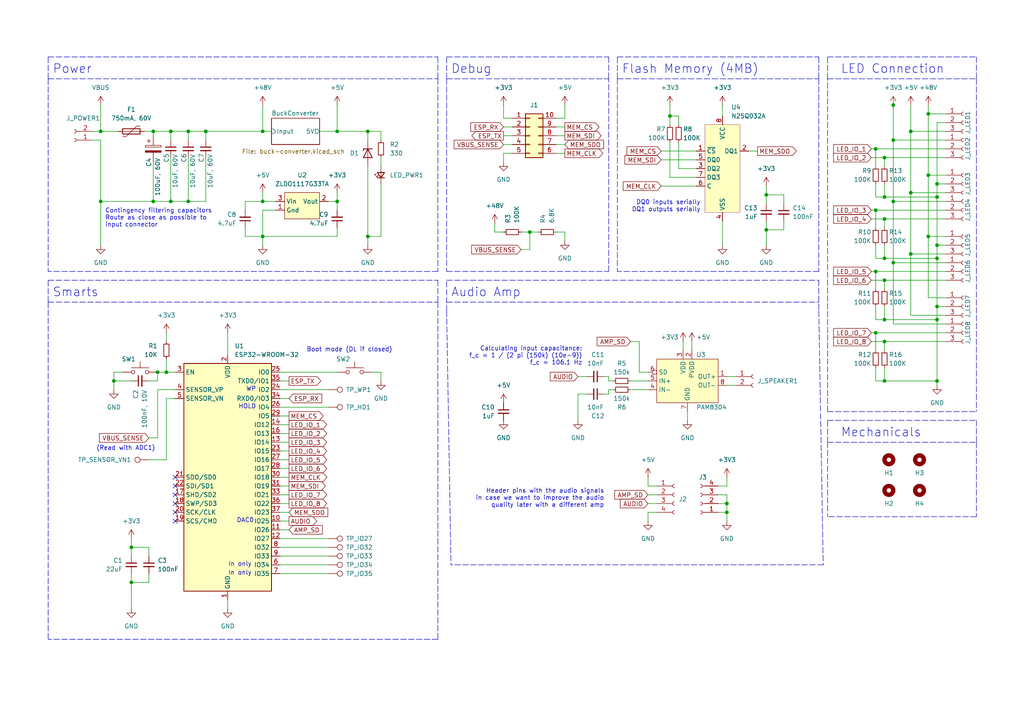
<source format=kicad_sch>
(kicad_sch (version 20211123) (generator eeschema)
  (paper "A4")
  (title_block (title "Anchor7: Main"))
  (junction (at 256.54 74.93))
  (junction (at 106.68 38.1))
  (junction (at 256.54 63.5))
  (junction (at 264.16 73.66))
  (junction (at 48.26 107.95))
  (junction (at 38.1 168.91))
  (junction (at 269.24 33.02))
  (junction (at 49.53 38.1))
  (junction (at 269.24 68.58))
  (junction (at 210.82 146.05))
  (junction (at 54.61 58.42))
  (junction (at 29.21 38.1))
  (junction (at 259.08 58.42))
  (junction (at 254 43.18))
  (junction (at 271.78 57.15))
  (junction (at 259.08 30.48))
  (junction (at 256.54 81.28))
  (junction (at 271.78 110.49))
  (junction (at 97.79 58.42))
  (junction (at 271.78 53.34))
  (junction (at 59.69 38.1))
  (junction (at 254 78.74))
  (junction (at 194.31 33.655))
  (junction (at 44.45 38.1))
  (junction (at 44.45 58.42))
  (junction (at 222.25 66.675))
  (junction (at 97.79 38.1))
  (junction (at 106.68 68.58))
  (junction (at 264.16 38.1))
  (junction (at 33.02 110.49))
  (junction (at 254 60.96))
  (junction (at 256.54 110.49))
  (junction (at 271.78 71.12))
  (junction (at 76.2 38.1))
  (junction (at 271.78 74.93))
  (junction (at 45.72 107.95))
  (junction (at 29.21 58.42))
  (junction (at 264.16 55.88))
  (junction (at 54.61 38.1))
  (junction (at 153.67 67.31))
  (junction (at 38.1 158.75))
  (junction (at 76.2 58.42))
  (junction (at 259.08 76.2))
  (junction (at 259.08 40.64))
  (junction (at 269.24 50.8))
  (junction (at 210.82 148.59))
  (junction (at 254 96.52))
  (junction (at 256.54 57.15))
  (junction (at 49.53 58.42))
  (junction (at 76.2 68.58))
  (junction (at 222.25 56.515))
  (junction (at 271.78 92.71))
  (junction (at 256.54 92.71))
  (junction (at 256.54 45.72))
  (junction (at 256.54 99.06))
  (junction (at 271.78 88.9))
  (no_connect (at 50.8 140.97))
  (no_connect (at 50.8 151.13))
  (no_connect (at 50.8 148.59))
  (no_connect (at 50.8 138.43))
  (no_connect (at 50.8 143.51))
  (no_connect (at 50.8 146.05))
  (wire (pts (xy 182.88 110.49) (xy 187.96 110.49)))
  (wire (pts (xy 187.96 140.97) (xy 190.5 140.97)))
  (wire (pts (xy 76.2 60.96) (xy 76.2 68.58)))
  (wire (pts (xy 49.53 38.1) (xy 49.53 40.64)))
  (wire (pts (xy 106.68 68.58) (xy 106.68 71.12)))
  (wire (pts (xy 222.25 56.515) (xy 222.25 59.055)))
  (wire (pts (xy 81.28 123.19) (xy 83.82 123.19)))
  (wire (pts (xy 259.08 27.94) (xy 259.08 30.48)))
  (wire (pts (xy 81.28 148.59) (xy 83.82 148.59)))
  (polyline (pts (xy 179.07 22.86) (xy 237.49 22.86)))
  (polyline (pts (xy 129.54 90.17) (xy 129.54 81.28)))
  (wire (pts (xy 48.26 107.95) (xy 48.26 104.14)))
  (polyline (pts (xy 13.97 22.86) (xy 127 22.86)))
  (wire (pts (xy 78.74 38.1) (xy 76.2 38.1)))
  (wire (pts (xy 76.2 58.42) (xy 80.01 58.42)))
  (wire (pts (xy 29.21 71.12) (xy 29.21 58.42)))
  (wire (pts (xy 208.28 140.97) (xy 210.82 140.97)))
  (wire (pts (xy 254 74.93) (xy 256.54 74.93)))
  (wire (pts (xy 81.28 138.43) (xy 83.82 138.43)))
  (wire (pts (xy 256.54 92.71) (xy 271.78 92.71)))
  (wire (pts (xy 44.45 38.1) (xy 49.53 38.1)))
  (wire (pts (xy 33.02 113.03) (xy 33.02 110.49)))
  (wire (pts (xy 217.17 43.815) (xy 219.71 43.815)))
  (wire (pts (xy 107.95 107.95) (xy 110.49 107.95)))
  (wire (pts (xy 252.73 43.18) (xy 254 43.18)))
  (polyline (pts (xy 129.54 78.74) (xy 176.53 78.74)))
  (polyline (pts (xy 129.54 22.86) (xy 176.53 22.86)))
  (polyline (pts (xy 240.03 128.27) (xy 283.21 128.27)))
  (wire (pts (xy 264.16 30.48) (xy 264.16 38.1)))
  (polyline (pts (xy 179.07 22.86) (xy 179.07 16.51)))
  (wire (pts (xy 271.78 53.34) (xy 274.32 53.34)))
  (wire (pts (xy 194.31 41.275) (xy 194.31 51.435)))
  (wire (pts (xy 256.54 99.06) (xy 256.54 101.6)))
  (wire (pts (xy 43.18 133.35) (xy 48.26 133.35)))
  (wire (pts (xy 76.2 55.88) (xy 76.2 58.42)))
  (wire (pts (xy 264.16 38.1) (xy 274.32 38.1)))
  (wire (pts (xy 209.55 30.48) (xy 209.55 33.655)))
  (wire (pts (xy 271.78 88.9) (xy 271.78 92.71)))
  (polyline (pts (xy 240.03 22.86) (xy 283.21 22.86)))
  (wire (pts (xy 271.78 92.71) (xy 271.78 110.49)))
  (wire (pts (xy 71.12 58.42) (xy 76.2 58.42)))
  (wire (pts (xy 210.82 143.51) (xy 210.82 146.05)))
  (polyline (pts (xy 283.21 128.27) (xy 283.21 149.86)))
  (wire (pts (xy 97.79 58.42) (xy 97.79 60.96)))
  (wire (pts (xy 167.64 109.22) (xy 170.18 109.22)))
  (wire (pts (xy 81.28 163.83) (xy 95.25 163.83)))
  (wire (pts (xy 146.05 36.83) (xy 148.59 36.83)))
  (wire (pts (xy 208.28 148.59) (xy 210.82 148.59)))
  (wire (pts (xy 210.82 140.97) (xy 210.82 138.43)))
  (polyline (pts (xy 240.03 119.38) (xy 240.03 22.86)))
  (wire (pts (xy 146.05 39.37) (xy 148.59 39.37)))
  (wire (pts (xy 81.28 113.03) (xy 95.25 113.03)))
  (polyline (pts (xy 237.49 78.74) (xy 179.07 78.74)))
  (wire (pts (xy 196.85 33.655) (xy 196.85 36.195)))
  (wire (pts (xy 163.83 30.48) (xy 163.83 34.29)))
  (wire (pts (xy 143.51 67.31) (xy 146.05 67.31)))
  (wire (pts (xy 76.2 68.58) (xy 76.2 71.12)))
  (wire (pts (xy 81.28 140.97) (xy 83.82 140.97)))
  (wire (pts (xy 252.73 45.72) (xy 256.54 45.72)))
  (polyline (pts (xy 237.49 16.51) (xy 237.49 22.86)))
  (wire (pts (xy 254 88.9) (xy 254 92.71)))
  (polyline (pts (xy 240.03 121.92) (xy 283.21 121.92)))
  (wire (pts (xy 81.28 118.11) (xy 95.25 118.11)))
  (wire (pts (xy 81.28 161.29) (xy 95.25 161.29)))
  (wire (pts (xy 29.21 58.42) (xy 29.21 40.64)))
  (wire (pts (xy 210.82 111.76) (xy 213.36 111.76)))
  (wire (pts (xy 199.39 119.38) (xy 199.39 121.92)))
  (polyline (pts (xy 240.03 128.27) (xy 240.03 149.86)))
  (wire (pts (xy 38.1 166.37) (xy 38.1 168.91)))
  (wire (pts (xy 190.5 148.59) (xy 187.96 148.59)))
  (wire (pts (xy 252.73 78.74) (xy 254 78.74)))
  (wire (pts (xy 146.05 44.45) (xy 146.05 46.99)))
  (wire (pts (xy 271.78 71.12) (xy 271.78 74.93)))
  (wire (pts (xy 153.67 72.39) (xy 153.67 67.31)))
  (wire (pts (xy 175.26 109.22) (xy 176.53 109.22)))
  (polyline (pts (xy 127 22.86) (xy 127 78.74)))
  (wire (pts (xy 256.54 45.72) (xy 256.54 48.26)))
  (wire (pts (xy 81.28 125.73) (xy 83.82 125.73)))
  (wire (pts (xy 163.83 67.31) (xy 163.83 69.85)))
  (polyline (pts (xy 179.07 16.51) (xy 237.49 16.51)))
  (wire (pts (xy 81.28 166.37) (xy 95.25 166.37)))
  (wire (pts (xy 254 78.74) (xy 254 83.82)))
  (polyline (pts (xy 127 81.28) (xy 127 87.63)))
  (wire (pts (xy 185.42 107.95) (xy 187.96 107.95)))
  (wire (pts (xy 146.05 30.48) (xy 146.05 34.29)))
  (wire (pts (xy 196.85 48.895) (xy 201.93 48.895)))
  (wire (pts (xy 227.33 56.515) (xy 227.33 59.055)))
  (wire (pts (xy 161.29 36.83) (xy 163.83 36.83)))
  (wire (pts (xy 81.28 158.75) (xy 95.25 158.75)))
  (wire (pts (xy 256.54 74.93) (xy 271.78 74.93)))
  (wire (pts (xy 254 71.12) (xy 254 74.93)))
  (polyline (pts (xy 237.49 90.17) (xy 238.76 163.83)))
  (polyline (pts (xy 240.03 16.51) (xy 283.21 16.51)))
  (wire (pts (xy 143.51 64.77) (xy 143.51 67.31)))
  (wire (pts (xy 146.05 34.29) (xy 148.59 34.29)))
  (wire (pts (xy 191.77 46.355) (xy 201.93 46.355)))
  (wire (pts (xy 54.61 58.42) (xy 59.69 58.42)))
  (polyline (pts (xy 13.97 87.63) (xy 127 87.63)))
  (wire (pts (xy 264.16 55.88) (xy 264.16 73.66)))
  (wire (pts (xy 222.25 66.675) (xy 227.33 66.675)))
  (wire (pts (xy 97.79 66.04) (xy 97.79 68.58)))
  (wire (pts (xy 106.68 40.64) (xy 106.68 38.1)))
  (wire (pts (xy 81.28 135.89) (xy 83.82 135.89)))
  (wire (pts (xy 200.66 101.6) (xy 200.66 99.06)))
  (wire (pts (xy 66.04 173.99) (xy 66.04 176.53)))
  (wire (pts (xy 176.53 110.49) (xy 177.8 110.49)))
  (wire (pts (xy 106.68 38.1) (xy 97.79 38.1)))
  (wire (pts (xy 256.54 45.72) (xy 274.32 45.72)))
  (wire (pts (xy 153.67 67.31) (xy 156.21 67.31)))
  (polyline (pts (xy 127 16.51) (xy 127 22.86)))
  (wire (pts (xy 43.18 168.91) (xy 43.18 166.37)))
  (wire (pts (xy 71.12 66.04) (xy 71.12 68.58)))
  (wire (pts (xy 76.2 60.96) (xy 80.01 60.96)))
  (wire (pts (xy 254 96.52) (xy 274.32 96.52)))
  (wire (pts (xy 48.26 96.52) (xy 48.26 99.06)))
  (wire (pts (xy 252.73 81.28) (xy 256.54 81.28)))
  (wire (pts (xy 254 106.68) (xy 254 110.49)))
  (wire (pts (xy 185.42 99.06) (xy 185.42 107.95)))
  (polyline (pts (xy 283.21 22.86) (xy 283.21 119.38)))
  (wire (pts (xy 43.18 127) (xy 45.72 127)))
  (wire (pts (xy 110.49 68.58) (xy 106.68 68.58)))
  (wire (pts (xy 256.54 106.68) (xy 256.54 110.49)))
  (wire (pts (xy 38.1 176.53) (xy 38.1 168.91)))
  (wire (pts (xy 92.71 38.1) (xy 97.79 38.1)))
  (wire (pts (xy 269.24 33.02) (xy 269.24 50.8)))
  (wire (pts (xy 161.29 34.29) (xy 163.83 34.29)))
  (wire (pts (xy 49.53 45.72) (xy 49.53 58.42)))
  (wire (pts (xy 81.28 130.81) (xy 83.82 130.81)))
  (wire (pts (xy 256.54 63.5) (xy 274.32 63.5)))
  (wire (pts (xy 54.61 38.1) (xy 59.69 38.1)))
  (wire (pts (xy 208.28 143.51) (xy 210.82 143.51)))
  (wire (pts (xy 271.78 57.15) (xy 271.78 71.12)))
  (wire (pts (xy 81.28 146.05) (xy 83.82 146.05)))
  (wire (pts (xy 81.28 107.95) (xy 97.79 107.95)))
  (polyline (pts (xy 240.03 128.27) (xy 240.03 121.92)))
  (wire (pts (xy 256.54 53.34) (xy 256.54 57.15)))
  (wire (pts (xy 194.31 33.655) (xy 196.85 33.655)))
  (wire (pts (xy 49.53 38.1) (xy 54.61 38.1)))
  (wire (pts (xy 71.12 60.96) (xy 71.12 58.42)))
  (wire (pts (xy 269.24 86.36) (xy 274.32 86.36)))
  (polyline (pts (xy 283.21 149.86) (xy 240.03 149.86)))
  (wire (pts (xy 175.26 114.3) (xy 176.53 114.3)))
  (polyline (pts (xy 129.54 22.86) (xy 129.54 16.51)))
  (wire (pts (xy 38.1 156.21) (xy 38.1 158.75)))
  (wire (pts (xy 38.1 158.75) (xy 38.1 161.29)))
  (wire (pts (xy 176.53 109.22) (xy 176.53 110.49)))
  (wire (pts (xy 222.25 56.515) (xy 227.33 56.515)))
  (wire (pts (xy 29.21 40.64) (xy 26.67 40.64)))
  (wire (pts (xy 222.25 64.135) (xy 222.25 66.675)))
  (polyline (pts (xy 13.97 22.86) (xy 13.97 16.51)))
  (wire (pts (xy 161.29 39.37) (xy 163.83 39.37)))
  (wire (pts (xy 259.08 40.64) (xy 274.32 40.64)))
  (polyline (pts (xy 129.54 87.63) (xy 237.49 87.63)))
  (wire (pts (xy 269.24 30.48) (xy 269.24 33.02)))
  (wire (pts (xy 264.16 38.1) (xy 264.16 55.88)))
  (wire (pts (xy 33.02 110.49) (xy 33.02 107.95)))
  (wire (pts (xy 187.96 138.43) (xy 187.96 140.97)))
  (wire (pts (xy 59.69 38.1) (xy 59.69 40.64)))
  (wire (pts (xy 182.88 99.06) (xy 185.42 99.06)))
  (wire (pts (xy 106.68 48.26) (xy 106.68 68.58)))
  (wire (pts (xy 254 60.96) (xy 274.32 60.96)))
  (wire (pts (xy 252.73 63.5) (xy 256.54 63.5)))
  (wire (pts (xy 227.33 66.675) (xy 227.33 64.135)))
  (wire (pts (xy 33.02 110.49) (xy 38.1 110.49)))
  (polyline (pts (xy 238.76 163.83) (xy 130.81 163.83)))
  (wire (pts (xy 210.82 146.05) (xy 210.82 148.59)))
  (wire (pts (xy 254 53.34) (xy 254 57.15)))
  (wire (pts (xy 264.16 55.88) (xy 274.32 55.88)))
  (wire (pts (xy 176.53 114.3) (xy 176.53 113.03)))
  (wire (pts (xy 54.61 45.72) (xy 54.61 58.42)))
  (wire (pts (xy 222.25 53.975) (xy 222.25 56.515)))
  (wire (pts (xy 187.96 148.59) (xy 187.96 151.13)))
  (wire (pts (xy 254 92.71) (xy 256.54 92.71)))
  (wire (pts (xy 254 78.74) (xy 274.32 78.74)))
  (wire (pts (xy 271.78 53.34) (xy 271.78 57.15)))
  (wire (pts (xy 252.73 99.06) (xy 256.54 99.06)))
  (wire (pts (xy 187.96 146.05) (xy 190.5 146.05)))
  (wire (pts (xy 50.8 107.95) (xy 48.26 107.95)))
  (wire (pts (xy 259.08 93.98) (xy 259.08 76.2)))
  (wire (pts (xy 44.45 38.1) (xy 44.45 39.37)))
  (polyline (pts (xy 129.54 22.86) (xy 129.54 78.74)))
  (wire (pts (xy 110.49 40.64) (xy 110.49 38.1)))
  (wire (pts (xy 254 60.96) (xy 254 66.04)))
  (polyline (pts (xy 176.53 16.51) (xy 176.53 22.86)))
  (wire (pts (xy 264.16 73.66) (xy 264.16 91.44)))
  (wire (pts (xy 81.28 133.35) (xy 83.82 133.35)))
  (wire (pts (xy 194.31 33.655) (xy 194.31 36.195)))
  (wire (pts (xy 29.21 30.48) (xy 29.21 38.1)))
  (wire (pts (xy 110.49 38.1) (xy 106.68 38.1)))
  (polyline (pts (xy 240.03 22.86) (xy 240.03 16.51)))
  (wire (pts (xy 45.72 110.49) (xy 45.72 107.95)))
  (wire (pts (xy 81.28 153.67) (xy 83.82 153.67)))
  (wire (pts (xy 29.21 38.1) (xy 34.29 38.1)))
  (wire (pts (xy 38.1 158.75) (xy 43.18 158.75)))
  (wire (pts (xy 271.78 74.93) (xy 271.78 88.9)))
  (wire (pts (xy 256.54 81.28) (xy 256.54 83.82)))
  (wire (pts (xy 264.16 91.44) (xy 274.32 91.44)))
  (wire (pts (xy 254 43.18) (xy 274.32 43.18)))
  (wire (pts (xy 26.67 38.1) (xy 29.21 38.1)))
  (wire (pts (xy 43.18 158.75) (xy 43.18 161.29)))
  (wire (pts (xy 97.79 38.1) (xy 97.79 30.48)))
  (wire (pts (xy 187.96 143.51) (xy 190.5 143.51)))
  (wire (pts (xy 264.16 73.66) (xy 274.32 73.66)))
  (wire (pts (xy 256.54 88.9) (xy 256.54 92.71)))
  (wire (pts (xy 170.18 114.3) (xy 167.64 114.3)))
  (wire (pts (xy 59.69 45.72) (xy 59.69 58.42)))
  (wire (pts (xy 259.08 76.2) (xy 274.32 76.2)))
  (wire (pts (xy 208.28 146.05) (xy 210.82 146.05)))
  (wire (pts (xy 256.54 110.49) (xy 271.78 110.49)))
  (wire (pts (xy 33.02 107.95) (xy 35.56 107.95)))
  (wire (pts (xy 271.78 35.56) (xy 271.78 53.34)))
  (wire (pts (xy 274.32 35.56) (xy 271.78 35.56)))
  (wire (pts (xy 151.13 72.39) (xy 153.67 72.39)))
  (wire (pts (xy 76.2 68.58) (xy 97.79 68.58)))
  (wire (pts (xy 44.45 46.99) (xy 44.45 58.42)))
  (wire (pts (xy 256.54 81.28) (xy 274.32 81.28)))
  (wire (pts (xy 191.77 43.815) (xy 201.93 43.815)))
  (wire (pts (xy 259.08 30.48) (xy 259.08 40.64)))
  (wire (pts (xy 45.72 107.95) (xy 48.26 107.95)))
  (wire (pts (xy 146.05 41.91) (xy 148.59 41.91)))
  (wire (pts (xy 269.24 50.8) (xy 274.32 50.8)))
  (wire (pts (xy 81.28 156.21) (xy 95.25 156.21)))
  (wire (pts (xy 81.28 143.51) (xy 83.82 143.51)))
  (wire (pts (xy 210.82 148.59) (xy 210.82 151.13)))
  (polyline (pts (xy 13.97 22.86) (xy 13.97 78.74)))
  (wire (pts (xy 259.08 58.42) (xy 259.08 40.64)))
  (wire (pts (xy 54.61 38.1) (xy 54.61 40.64)))
  (wire (pts (xy 271.78 110.49) (xy 271.78 111.76)))
  (wire (pts (xy 269.24 33.02) (xy 274.32 33.02)))
  (wire (pts (xy 48.26 133.35) (xy 48.26 115.57)))
  (wire (pts (xy 209.55 64.135) (xy 209.55 71.12)))
  (wire (pts (xy 59.69 38.1) (xy 76.2 38.1)))
  (polyline (pts (xy 13.97 87.63) (xy 13.97 185.42)))
  (wire (pts (xy 191.77 53.975) (xy 201.93 53.975)))
  (polyline (pts (xy 129.54 81.28) (xy 237.49 81.28)))
  (polyline (pts (xy 179.07 22.86) (xy 179.07 78.74)))
  (wire (pts (xy 176.53 113.03) (xy 177.8 113.03)))
  (wire (pts (xy 81.28 120.65) (xy 83.82 120.65)))
  (wire (pts (xy 110.49 53.34) (xy 110.49 68.58)))
  (wire (pts (xy 110.49 45.72) (xy 110.49 48.26)))
  (polyline (pts (xy 13.97 16.51) (xy 127 16.51)))
  (wire (pts (xy 49.53 58.42) (xy 54.61 58.42)))
  (wire (pts (xy 198.12 99.06) (xy 198.12 101.6)))
  (wire (pts (xy 194.31 30.48) (xy 194.31 33.655)))
  (polyline (pts (xy 240.03 119.38) (xy 283.21 119.38)))
  (wire (pts (xy 81.28 128.27) (xy 83.82 128.27)))
  (wire (pts (xy 256.54 57.15) (xy 271.78 57.15)))
  (wire (pts (xy 274.32 93.98) (xy 259.08 93.98)))
  (wire (pts (xy 97.79 55.88) (xy 97.79 58.42)))
  (wire (pts (xy 210.82 109.22) (xy 213.36 109.22)))
  (polyline (pts (xy 13.97 81.28) (xy 127 81.28)))
  (wire (pts (xy 151.13 67.31) (xy 153.67 67.31)))
  (wire (pts (xy 256.54 99.06) (xy 274.32 99.06)))
  (wire (pts (xy 269.24 50.8) (xy 269.24 68.58)))
  (wire (pts (xy 161.29 41.91) (xy 163.83 41.91)))
  (wire (pts (xy 43.18 110.49) (xy 45.72 110.49)))
  (wire (pts (xy 269.24 68.58) (xy 274.32 68.58)))
  (wire (pts (xy 252.73 60.96) (xy 254 60.96)))
  (wire (pts (xy 45.72 113.03) (xy 50.8 113.03)))
  (polyline (pts (xy 129.54 90.17) (xy 130.81 163.83)))
  (wire (pts (xy 95.25 58.42) (xy 97.79 58.42)))
  (polyline (pts (xy 127 87.63) (xy 127 185.42)))
  (wire (pts (xy 110.49 107.95) (xy 110.49 110.49)))
  (wire (pts (xy 161.29 67.31) (xy 163.83 67.31)))
  (polyline (pts (xy 129.54 16.51) (xy 176.53 16.51)))
  (wire (pts (xy 254 96.52) (xy 254 101.6)))
  (wire (pts (xy 161.29 44.45) (xy 163.83 44.45)))
  (wire (pts (xy 81.28 110.49) (xy 83.82 110.49)))
  (wire (pts (xy 76.2 38.1) (xy 76.2 30.48)))
  (wire (pts (xy 146.05 44.45) (xy 148.59 44.45)))
  (wire (pts (xy 182.88 113.03) (xy 187.96 113.03)))
  (wire (pts (xy 269.24 68.58) (xy 269.24 86.36)))
  (polyline (pts (xy 283.21 16.51) (xy 283.21 22.86)))
  (wire (pts (xy 29.21 58.42) (xy 44.45 58.42)))
  (wire (pts (xy 48.26 115.57) (xy 50.8 115.57)))
  (wire (pts (xy 259.08 58.42) (xy 274.32 58.42)))
  (polyline (pts (xy 13.97 87.63) (xy 13.97 81.28)))
  (polyline (pts (xy 127 185.42) (xy 13.97 185.42)))
  (wire (pts (xy 81.28 151.13) (xy 83.82 151.13)))
  (polyline (pts (xy 127 78.74) (xy 13.97 78.74)))
  (wire (pts (xy 41.91 38.1) (xy 44.45 38.1)))
  (wire (pts (xy 44.45 58.42) (xy 49.53 58.42)))
  (wire (pts (xy 167.64 114.3) (xy 167.64 121.92)))
  (wire (pts (xy 252.73 96.52) (xy 254 96.52)))
  (polyline (pts (xy 283.21 121.92) (xy 283.21 128.27)))
  (polyline (pts (xy 237.49 81.28) (xy 237.49 90.17)))
  (wire (pts (xy 271.78 88.9) (xy 274.32 88.9)))
  (wire (pts (xy 71.12 68.58) (xy 76.2 68.58)))
  (wire (pts (xy 194.31 51.435) (xy 201.93 51.435)))
  (polyline (pts (xy 237.49 22.86) (xy 237.49 78.74)))
  (wire (pts (xy 254 43.18) (xy 254 48.26)))
  (wire (pts (xy 254 57.15) (xy 256.54 57.15)))
  (wire (pts (xy 254 110.49) (xy 256.54 110.49)))
  (wire (pts (xy 45.72 127) (xy 45.72 113.03)))
  (polyline (pts (xy 176.53 78.74) (xy 176.53 22.86)))
  (wire (pts (xy 81.28 115.57) (xy 83.82 115.57)))
  (wire (pts (xy 222.25 71.12) (xy 222.25 66.675)))
  (wire (pts (xy 38.1 168.91) (xy 43.18 168.91)))
  (wire (pts (xy 259.08 76.2) (xy 259.08 58.42)))
  (wire (pts (xy 271.78 71.12) (xy 274.32 71.12)))
  (wire (pts (xy 256.54 63.5) (xy 256.54 66.04)))
  (wire (pts (xy 66.04 96.52) (xy 66.04 102.87)))
  (wire (pts (xy 256.54 71.12) (xy 256.54 74.93)))
  (wire (pts (xy 196.85 41.275) (xy 196.85 48.895)))
  (text "Header pins with the audio signals\nin case we want to improve the audio\nquality later with a different amp" (at 175.26 147.32 0) (effects (font (size 1.27 1.27)) (justify right bottom)))
  (text "Power" (at 15.24 21.59 0) (effects (font (size 2.54 2.54)) (justify left bottom)))
  (text "(Read with ADC1)" (at 27.94 130.81 0) (effects (font (size 1.27 1.27)) (justify left bottom)))
  (text "Smarts" (at 15.24 86.36 0) (effects (font (size 2.54 2.54)) (justify left bottom)))
  (text "Audio Amp" (at 130.81 86.36 0) (effects (font (size 2.54 2.54)) (justify left bottom)))
  (text "WP" (at 74.295 113.665 180) (effects (font (size 1.27 1.27)) (justify right bottom)))
  (text "HOLD" (at 74.295 118.745 180) (effects (font (size 1.27 1.27)) (justify right bottom)))
  (text "Mechanicals" (at 243.84 127 0) (effects (font (size 2.54 2.54)) (justify left bottom)))
  (text "Contingency filtering capacitors\nRoute as close as possible to\ninput connector" (at 30.48 66.04 0) (effects (font (size 1.27 1.27)) (justify left bottom)))
  (text "In only" (at 73.025 167.005 180) (effects (font (size 1.27 1.27)) (justify right bottom)))
  (text "LED Connection" (at 243.84 21.59 0) (effects (font (size 2.54 2.54)) (justify left bottom)))
  (text "Flash Memory (4MB)" (at 180.34 21.59 0) (effects (font (size 2.54 2.54)) (justify left bottom)))
  (text "DAC0" (at 73.66 151.765 180) (effects (font (size 1.27 1.27)) (justify right bottom)))
  (text "Debug" (at 130.81 21.59 0) (effects (font (size 2.54 2.54)) (justify left bottom)))
  (text "In only" (at 73.025 164.465 180) (effects (font (size 1.27 1.27)) (justify right bottom)))
  (text "DQ0 inputs serially\nDQ1 outputs serially" (at 203.2 61.595 180) (effects (font (size 1.27 1.27)) (justify right bottom)))
  (text "Boot mode (DL if closed)" (at 88.9 102.235 0) (effects (font (size 1.27 1.27)) (justify left bottom)))
  (text "Calculating input capacitance:\nf_c = 1 / (2 pi (150k) (10e-9))\nf_c = 106.1 Hz" (at 168.91 106.045 0) (effects (font (size 1.27 1.27)) (justify right bottom)))
  (global_label "LED_IO_2" (shape input) (at 252.73 45.72 180) (property "Intersheet References" "${INTERSHEET_REFS}" (effects hide)))
  (global_label "ESP_RX" (shape input) (at 83.82 115.57 0) (property "Intersheet References" "${INTERSHEET_REFS}" (effects hide)))
  (global_label "ESP_TX" (shape output) (at 83.82 110.49 0) (property "Intersheet References" "${INTERSHEET_REFS}" (effects hide)))
  (global_label "AMP_SD" (shape input) (at 83.82 153.67 0) (property "Intersheet References" "${INTERSHEET_REFS}" (effects hide)))
  (global_label "LED_IO_4" (shape input) (at 252.73 63.5 180) (property "Intersheet References" "${INTERSHEET_REFS}" (effects hide)))
  (global_label "MEM_CS" (shape output) (at 83.82 120.65 0) (property "Intersheet References" "${INTERSHEET_REFS}" (effects hide)))
  (global_label "MEM_SDO" (shape input) (at 163.83 41.91 0) (property "Intersheet References" "${INTERSHEET_REFS}" (effects hide)))
  (global_label "LED_IO_1" (shape output) (at 83.82 123.19 0) (property "Intersheet References" "${INTERSHEET_REFS}" (effects hide)))
  (global_label "LED_IO_4" (shape output) (at 83.82 130.81 0) (property "Intersheet References" "${INTERSHEET_REFS}" (effects hide)))
  (global_label "MEM_SDI" (shape output) (at 83.82 140.97 0) (property "Intersheet References" "${INTERSHEET_REFS}" (effects hide)))
  (global_label "AMP_SD" (shape input) (at 182.88 99.06 180) (property "Intersheet References" "${INTERSHEET_REFS}" (effects hide)))
  (global_label "LED_IO_6" (shape input) (at 252.73 81.28 180) (property "Intersheet References" "${INTERSHEET_REFS}" (effects hide)))
  (global_label "LED_IO_5" (shape output) (at 83.82 133.35 0) (property "Intersheet References" "${INTERSHEET_REFS}" (effects hide)))
  (global_label "MEM_CS" (shape output) (at 163.83 36.83 0) (property "Intersheet References" "${INTERSHEET_REFS}" (effects hide)))
  (global_label "ESP_RX" (shape input) (at 146.05 36.83 180) (property "Intersheet References" "${INTERSHEET_REFS}" (effects hide)))
  (global_label "LED_IO_2" (shape output) (at 83.82 125.73 0) (property "Intersheet References" "${INTERSHEET_REFS}" (effects hide)))
  (global_label "MEM_CLK" (shape output) (at 163.83 44.45 0) (property "Intersheet References" "${INTERSHEET_REFS}" (effects hide)))
  (global_label "LED_IO_3" (shape output) (at 83.82 128.27 0) (property "Intersheet References" "${INTERSHEET_REFS}" (effects hide)))
  (global_label "LED_IO_7" (shape output) (at 83.82 143.51 0) (property "Intersheet References" "${INTERSHEET_REFS}" (effects hide)))
  (global_label "AMP_SD" (shape input) (at 187.96 143.51 180) (property "Intersheet References" "${INTERSHEET_REFS}" (effects hide)))
  (global_label "LED_IO_6" (shape output) (at 83.82 135.89 0) (property "Intersheet References" "${INTERSHEET_REFS}" (effects hide)))
  (global_label "VBUS_SENSE" (shape input) (at 146.05 41.91 180) (property "Intersheet References" "${INTERSHEET_REFS}" (effects hide)))
  (global_label "LED_IO_1" (shape input) (at 252.73 43.18 180) (property "Intersheet References" "${INTERSHEET_REFS}" (effects hide)))
  (global_label "VBUS_SENSE" (shape input) (at 43.18 127 180) (property "Intersheet References" "${INTERSHEET_REFS}" (effects hide)))
  (global_label "MEM_CLK" (shape input) (at 191.77 53.975 180) (property "Intersheet References" "${INTERSHEET_REFS}" (effects hide)))
  (global_label "MEM_SDI" (shape output) (at 163.83 39.37 0) (property "Intersheet References" "${INTERSHEET_REFS}" (effects hide)))
  (global_label "MEM_SDO" (shape output) (at 219.71 43.815 0) (property "Intersheet References" "${INTERSHEET_REFS}" (effects hide)))
  (global_label "AUDIO" (shape output) (at 83.82 151.13 0) (property "Intersheet References" "${INTERSHEET_REFS}" (effects hide)))
  (global_label "AUDIO" (shape input) (at 167.64 109.22 180) (property "Intersheet References" "${INTERSHEET_REFS}" (effects hide)))
  (global_label "LED_IO_7" (shape input) (at 252.73 96.52 180) (property "Intersheet References" "${INTERSHEET_REFS}" (effects hide)))
  (global_label "LED_IO_3" (shape input) (at 252.73 60.96 180) (property "Intersheet References" "${INTERSHEET_REFS}" (effects hide)))
  (global_label "LED_IO_8" (shape output) (at 83.82 146.05 0) (property "Intersheet References" "${INTERSHEET_REFS}" (effects hide)))
  (global_label "MEM_CS" (shape input) (at 191.77 43.815 180) (property "Intersheet References" "${INTERSHEET_REFS}" (effects hide)))
  (global_label "AUDIO" (shape input) (at 187.96 146.05 180) (property "Intersheet References" "${INTERSHEET_REFS}" (effects hide)))
  (global_label "ESP_TX" (shape output) (at 146.05 39.37 180) (property "Intersheet References" "${INTERSHEET_REFS}" (effects hide)))
  (global_label "VBUS_SENSE" (shape input) (at 151.13 72.39 180) (property "Intersheet References" "${INTERSHEET_REFS}" (effects hide)))
  (global_label "MEM_CLK" (shape output) (at 83.82 138.43 0) (property "Intersheet References" "${INTERSHEET_REFS}" (effects hide)))
  (global_label "MEM_SDI" (shape input) (at 191.77 46.355 180) (property "Intersheet References" "${INTERSHEET_REFS}" (effects hide)))
  (global_label "LED_IO_5" (shape input) (at 252.73 78.74 180) (property "Intersheet References" "${INTERSHEET_REFS}" (effects hide)))
  (global_label "MEM_SDO" (shape input) (at 83.82 148.59 0) (property "Intersheet References" "${INTERSHEET_REFS}" (effects hide)))
  (global_label "LED_IO_8" (shape input) (at 252.73 99.06 180) (property "Intersheet References" "${INTERSHEET_REFS}" (effects hide)))
  (symbol (lib_id "Device:C_Polarized") (at 44.45 43.18 0) (unit 1)
    (property "Reference" "C4" (at 43.18 45.72 90) (effects (justify right)))
    (property "Value" "100uF, 60V" (at 45.72 45.72 90) (effects (justify right)))
    (property "Footprint" "Capacitor_THT:CP_Radial_D8.0mm_P3.50mm" (effects hide))
  )
  (symbol (lib_id "Device:Polyfuse") (at 38.1 38.1 90) (unit 1)
    (property "Reference" "F1" (at 38.1 31.75 90))
    (property "Value" "750mA, 60V" (at 38.1 34.29 90))
    (property "Footprint" "Fuse:Fuse_2920_7451Metric_Pad2.10x5.45mm_HandSolder" (effects hide))
    (property "Datasheet" "https://belfuse.com/resources/datasheets/circuitprotection/ds-cp-0zcf-series.pdf" (effects hide))
    (property "Digi-Key Part Number" "507-1743-2-ND" (effects hide))
  )
  (symbol (lib_id "Device:C_Small") (at 59.69 43.18 0) (unit 1)
    (property "Reference" "C7" (at 58.42 44.45 90) (effects (justify right)))
    (property "Value" "10uF, 60V" (at 60.96 54.61 90) (effects (justify left)))
    (property "Footprint" "Capacitor_SMD:C_1206_3216Metric" (effects hide))
    (property "Digi-Key Part Number" "1276-7053-2-ND" (effects hide))
  )
  (symbol (lib_id "power:+3.3V") (at 48.26 96.52 0) (unit 1)
    (property "Reference" "#PWR0106" (effects hide))
    (property "Value" "+3.3V" (at 48.26 91.44 0))
  )
  (symbol (lib_id "Device:C_Small") (at 54.61 43.18 0) (unit 1)
    (property "Reference" "C6" (at 53.34 44.45 90) (effects (justify right)))
    (property "Value" "10uF, 60V" (at 55.88 54.61 90) (effects (justify left)))
    (property "Footprint" "Capacitor_SMD:C_1206_3216Metric" (effects hide))
    (property "Digi-Key Part Number" "1276-7053-2-ND" (effects hide))
  )
  (symbol (lib_id "Device:R_Small") (at 254 86.36 0) (mirror x) (unit 1)
    (property "Reference" "R11" (at 252.73 85.09 0) (effects (justify right)))
    (property "Value" "100K" (at 252.73 87.63 0) (effects (justify right)))
    (property "Footprint" "Resistor_SMD:R_0402_1005Metric" (effects hide))
    (property "Digi-Key Part Number" "1292-WR04X104JTLTR-ND" (effects hide))
  )
  (symbol (lib_id "power:GND") (at 271.78 111.76 0) (unit 1)
    (property "Reference" "#PWR0128" (effects hide))
    (property "Value" "GND" (at 271.78 116.84 0))
  )
  (symbol (lib_id "Device:C_Small") (at 222.25 61.595 0) (mirror y) (unit 1)
    (property "Reference" "C13" (at 219.71 60.325 0) (effects (justify left)))
    (property "Value" "1uF" (at 219.71 62.865 0) (effects (justify left)))
    (property "Footprint" "Capacitor_SMD:C_0603_1608Metric" (effects hide))
    (property "Digi-Key Part Number" "1276-1945-2-ND" (effects hide))
  )
  (symbol (lib_id "Switch:SW_Push") (at 102.87 107.95 0) (unit 1)
    (property "Reference" "SW2" (at 101.6 104.14 0) (effects (justify right)))
    (property "Value" "SW_Push" (effects hide))
    (property "Footprint" "Jmptable_Button_Switch_SMD:SW_SPST_PTS526" (effects hide))
    (property "Datasheet" "https://www.ckswitches.com/media/2780/pts526.pdf" (effects hide))
    (property "Digi-Key Part Number" "CKN12220-1-ND" (effects hide))
  )
  (symbol (lib_id "Connector:TestPoint") (at 95.25 118.11 270) (unit 1)
    (property "Reference" "TP_HD1" (at 100.33 118.1099 90) (effects (justify left)))
    (property "Value" "TestPoint" (effects hide))
    (property "Footprint" "TestPoint:TestPoint_Pad_D1.5mm" (effects hide))
  )
  (symbol (lib_id "Connector_Generic:Conn_02x05_Counter_Clockwise") (at 153.67 39.37 0) (unit 1)
    (property "Reference" "J1" (at 154.94 30.48 0))
    (property "Value" "Conn_02x05_Counter_Clockwise" (effects hide))
    (property "Footprint" "Connector:Tag-Connect_TC2050-IDC-FP_2x05_P1.27mm_Vertical" (effects hide))
  )
  (symbol (lib_id "power:GND") (at 29.21 71.12 0) (unit 1)
    (property "Reference" "#PWR0111" (effects hide))
    (property "Value" "GND" (at 29.21 76.2 0))
  )
  (symbol (lib_id "Device:R_Small") (at 48.26 101.6 0) (mirror x) (unit 1)
    (property "Reference" "R1" (at 45.72 100.3299 0) (effects (justify right)))
    (property "Value" "10K" (at 45.72 102.8699 0) (effects (justify right)))
    (property "Footprint" "Resistor_SMD:R_0402_1005Metric" (effects hide))
    (property "Digi-Key Part Number" "CR0402-JW-103GLFTR-ND" (effects hide))
  )
  (symbol (lib_id "power:GND") (at 167.64 121.92 0) (unit 1)
    (property "Reference" "#PWR0130" (effects hide))
    (property "Value" "GND" (at 167.64 127 0))
  )
  (symbol (lib_id "power:+3.3V") (at 198.12 99.06 0) (unit 1)
    (property "Reference" "#PWR0140" (effects hide))
    (property "Value" "+3.3V" (at 196.85 97.79 0) (effects (justify right)))
  )
  (symbol (lib_id "Device:C_Small") (at 38.1 163.83 0) (mirror y) (unit 1)
    (property "Reference" "C1" (at 35.56 162.56 0) (effects (justify left)))
    (property "Value" "22uF" (at 35.56 165.1 0) (effects (justify left)))
    (property "Footprint" "Capacitor_SMD:C_0603_1608Metric" (effects hide))
    (property "Digi-Key Part Number" "1276-1274-2-ND" (effects hide))
  )
  (symbol (lib_id "power:GND") (at 33.02 113.03 0) (unit 1)
    (property "Reference" "#PWR0104" (effects hide))
    (property "Value" "GND" (at 33.02 118.11 0))
  )
  (symbol (lib_id "power:+5V") (at 146.05 116.84 0) (unit 1)
    (property "Reference" "#PWR0131" (effects hide))
    (property "Value" "+5V" (at 146.05 111.76 0))
  )
  (symbol (lib_id "Device:C_Small") (at 172.72 109.22 270) (mirror x) (unit 1)
    (property "Reference" "C11" (at 171.45 102.87 90) (effects (justify left)))
    (property "Value" "10nF" (at 172.72 105.41 90))
    (property "Footprint" "Capacitor_SMD:C_0402_1005Metric" (effects hide))
    (property "Digi-Key Part Number" "478-1114-2-ND" (effects hide))
  )
  (symbol (lib_id "power:+48V") (at 143.51 64.77 0) (unit 1)
    (property "Reference" "#PWR0124" (effects hide))
    (property "Value" "+48V" (at 143.51 59.69 0))
  )
  (symbol (lib_id "power:GND") (at 210.82 151.13 0) (unit 1)
    (property "Reference" "#PWR0119" (effects hide))
    (property "Value" "GND" (at 210.82 156.21 0))
  )
  (symbol (lib_id "power:GND") (at 146.05 121.92 0) (unit 1)
    (property "Reference" "#PWR0129" (effects hide))
    (property "Value" "GND" (at 146.05 127 0))
  )
  (symbol (lib_id "Connector:Conn_01x03_Female") (at 279.4 71.12 0) (unit 1)
    (property "Reference" "J_LED5" (at 280.67 71.12 90))
    (property "Value" "Conn_01x03_Female" (effects hide))
    (property "Footprint" "Connector_PinHeader_2.54mm:PinHeader_1x03_P2.54mm_Vertical" (effects hide))
  )
  (symbol (lib_id "power:+5V") (at 187.96 138.43 0) (unit 1)
    (property "Reference" "#PWR0132" (effects hide))
    (property "Value" "+5V" (at 187.96 133.35 0))
  )
  (symbol (lib_id "power:GND") (at 146.05 46.99 0) (unit 1)
    (property "Reference" "#PWR0135" (effects hide))
    (property "Value" "GND" (at 146.05 52.07 0))
  )
  (symbol (lib_id "Connector:Conn_01x03_Female") (at 279.4 60.96 0) (unit 1)
    (property "Reference" "J_LED4" (at 280.67 60.96 90))
    (property "Value" "Conn_01x03_Female" (effects hide))
    (property "Footprint" "Connector_PinHeader_2.54mm:PinHeader_1x03_P2.54mm_Vertical" (effects hide))
  )
  (symbol (lib_id "Device:R_Small") (at 256.54 68.58 180) (unit 1)
    (property "Reference" "R14" (at 257.81 67.31 0) (effects (justify right)))
    (property "Value" "100K" (at 257.81 69.85 0) (effects (justify right)))
    (property "Footprint" "Resistor_SMD:R_0402_1005Metric" (effects hide))
    (property "Digi-Key Part Number" "1292-WR04X104JTLTR-ND" (effects hide))
  )
  (symbol (lib_id "Mechanical:MountingHole") (at 266.7 133.35 0) (unit 1)
    (property "Reference" "H3" (at 266.7 137.16 0))
    (property "Value" "MountingHole" (effects hide))
    (property "Footprint" "MountingHole:MountingHole_3.2mm_M3" (effects hide))
  )
  (symbol (lib_id "Device:R_Small") (at 254 104.14 0) (mirror x) (unit 1)
    (property "Reference" "R12" (at 252.73 102.87 0) (effects (justify right)))
    (property "Value" "100K" (at 252.73 105.41 0) (effects (justify right)))
    (property "Footprint" "Resistor_SMD:R_0402_1005Metric" (effects hide))
    (property "Digi-Key Part Number" "1292-WR04X104JTLTR-ND" (effects hide))
  )
  (symbol (lib_id "Connector:TestPoint") (at 43.18 133.35 90) (unit 1)
    (property "Reference" "TP_SENSOR_VN1" (at 38.1 133.35 90) (effects (justify left)))
    (property "Value" "TestPoint" (effects hide))
    (property "Footprint" "TestPoint:TestPoint_Pad_D1.5mm" (effects hide))
  )
  (symbol (lib_id "Jmptable_Amplifier_Audio:PAM8304") (at 199.39 110.49 0) (unit 1)
    (property "Reference" "U3" (at 201.93 102.87 0) (effects (justify left)))
    (property "Value" "PAM8304" (at 201.93 118.11 0) (effects (justify left)))
    (property "Footprint" "Package_DFN_QFN:DFN-8-1EP_3x3mm_P0.65mm_EP1.55x2.4mm" (effects hide))
    (property "Datasheet" "https://www.diodes.com/assets/Datasheets/PAM8304.pdf" (effects hide))
    (property "Digi-Key Part Number" "PAM8304AYRDITR-ND" (effects hide))
  )
  (symbol (lib_id "Device:R_Small") (at 256.54 104.14 180) (unit 1)
    (property "Reference" "R16" (at 257.81 102.87 0) (effects (justify right)))
    (property "Value" "100K" (at 257.81 105.41 0) (effects (justify right)))
    (property "Footprint" "Resistor_SMD:R_0402_1005Metric" (effects hide))
    (property "Digi-Key Part Number" "1292-WR04X104JTLTR-ND" (effects hide))
  )
  (symbol (lib_id "Device:C_Small") (at 146.05 119.38 0) (mirror y) (unit 1)
    (property "Reference" "C10" (at 143.51 118.11 0) (effects (justify left)))
    (property "Value" "1uF" (at 143.51 120.65 0) (effects (justify left)))
    (property "Footprint" "Capacitor_SMD:C_0603_1608Metric" (effects hide))
    (property "Digi-Key Part Number" "1276-1945-2-ND" (effects hide))
  )
  (symbol (lib_id "Device:R_Small") (at 180.34 110.49 90) (unit 1)
    (property "Reference" "R5" (at 180.34 105.41 90))
    (property "Value" "150k" (at 180.34 107.95 90))
    (property "Footprint" "Resistor_SMD:R_0402_1005Metric" (effects hide))
    (property "Digi-Key Part Number" "1292-WR04X154JTLTR-ND" (effects hide))
  )
  (symbol (lib_id "Connector:Conn_01x03_Female") (at 279.4 88.9 0) (unit 1)
    (property "Reference" "J_LED7" (at 280.67 88.9 90))
    (property "Value" "Conn_01x03_Female" (effects hide))
    (property "Footprint" "Connector_PinHeader_2.54mm:PinHeader_1x03_P2.54mm_Vertical" (effects hide))
  )
  (symbol (lib_id "power:+48V") (at 269.24 30.48 0) (unit 1)
    (property "Reference" "#PWR0127" (effects hide))
    (property "Value" "+48V" (at 269.24 25.4 0))
  )
  (symbol (lib_id "power:+3.3V") (at 146.05 30.48 0) (unit 1)
    (property "Reference" "#PWR0134" (effects hide))
    (property "Value" "+3.3V" (at 146.05 25.4 0))
  )
  (symbol (lib_id "power:+3.3V") (at 259.08 30.48 0) (unit 1)
    (property "Reference" "#PWR0138" (effects hide))
    (property "Value" "+3.3V" (at 259.08 25.4 0))
  )
  (symbol (lib_id "Connector:Conn_01x03_Female") (at 279.4 53.34 0) (unit 1)
    (property "Reference" "J_LED3" (at 280.67 53.34 90))
    (property "Value" "Conn_01x03_Female" (effects hide))
    (property "Footprint" "Connector_PinHeader_2.54mm:PinHeader_1x03_P2.54mm_Vertical" (effects hide))
  )
  (symbol (lib_id "power:GND") (at 76.2 71.12 0) (unit 1)
    (property "Reference" "#PWR0113" (effects hide))
    (property "Value" "GND" (at 76.2 76.2 0))
  )
  (symbol (lib_id "power:GND") (at 163.83 69.85 0) (unit 1)
    (property "Reference" "#PWR0123" (effects hide))
    (property "Value" "GND" (at 163.83 74.93 0))
  )
  (symbol (lib_id "Device:R_Small") (at 158.75 67.31 90) (unit 1)
    (property "Reference" "R4" (at 157.4799 64.77 0) (effects (justify left)))
    (property "Value" "6.8K" (at 160.0199 64.77 0) (effects (justify left)))
    (property "Footprint" "Resistor_SMD:R_0402_1005Metric" (effects hide))
    (property "Digi-Key Part Number" "1292-WR04X682JTLTR-ND" (effects hide))
  )
  (symbol (lib_id "Connector:TestPoint") (at 95.25 166.37 270) (unit 1)
    (property "Reference" "TP_IO35" (at 100.33 166.3699 90) (effects (justify left)))
    (property "Value" "TestPoint" (effects hide))
    (property "Footprint" "TestPoint:TestPoint_Pad_D1.5mm" (effects hide))
  )
  (symbol (lib_id "Jmptable_Regulator_Linear:ZLDO1117G33TA") (at 87.63 60.96 0) (unit 1)
    (property "Reference" "U2" (at 87.63 50.8 0))
    (property "Value" "ZLDO1117G33TA" (at 87.63 53.34 0))
    (property "Footprint" "Package_TO_SOT_SMD:SOT-223-3_TabPin2" (effects hide))
    (property "Datasheet" "https://www.diodes.com/assets/Datasheets/products_inactive_data/ZLDO1117.pdf" (effects hide))
    (property "Digi-Key Part Number" "ZLDO1117G33DITR-ND" (effects hide))
  )
  (symbol (lib_id "power:+3.3V") (at 97.79 55.88 0) (unit 1)
    (property "Reference" "#PWR0115" (effects hide))
    (property "Value" "+3.3V" (at 97.79 50.8 0))
  )
  (symbol (lib_id "Device:D_Zener") (at 106.68 44.45 90) (mirror x) (unit 1)
    (property "Reference" "D1" (at 104.14 44.45 90) (effects (justify left)))
    (property "Value" "5.1V" (effects hide))
    (property "Footprint" "Package_TO_SOT_SMD:SOT-23" (effects hide))
    (property "Datasheet" "https://rocelec.widen.net/view/pdf/fysgtbvgew/PHGLS29437-1.pdf" (effects hide))
    (property "Digi-Key Part Number" "1727-2939-2-ND" (effects hide))
  )
  (symbol (lib_id "power:+3.3V") (at 194.31 30.48 0) (unit 1)
    (property "Reference" "#PWR0133" (effects hide))
    (property "Value" "+3.3V" (at 194.31 25.4 0))
  )
  (symbol (lib_id "power:GND") (at 187.96 151.13 0) (unit 1)
    (property "Reference" "#PWR0120" (effects hide))
    (property "Value" "GND" (at 187.96 156.21 0))
  )
  (symbol (lib_id "power:VBUS") (at 29.21 30.48 0) (unit 1)
    (property "Reference" "#PWR0110" (effects hide))
    (property "Value" "VBUS" (at 29.21 25.4 0))
  )
  (symbol (lib_id "RF_Module:ESP32-WROOM-32") (at 66.04 138.43 0) (unit 1)
    (property "Reference" "U1" (at 68.0594 100.33 0) (effects (justify left)))
    (property "Value" "ESP32-WROOM-32" (at 68.0594 102.87 0) (effects (justify left)))
    (property "Footprint" "RF_Module:ESP32-WROOM-32" (effects hide))
    (property "Datasheet" "https://www.espressif.com/sites/default/files/documentation/esp32-wroom-32_datasheet_en.pdf" (effects hide))
  )
  (symbol (lib_id "Connector:Conn_01x02_Female") (at 21.59 40.64 180) (unit 1)
    (property "Reference" "J_POWER1" (at 24.13 34.29 0))
    (property "Value" "Conn_01x02_Female" (effects hide))
    (property "Footprint" "Jmptable_Connector:Anchor_Power_2Pad" (effects hide))
  )
  (symbol (lib_id "Mechanical:MountingHole") (at 266.7 142.24 0) (unit 1)
    (property "Reference" "H4" (at 266.7 146.05 0))
    (property "Value" "MountingHole" (effects hide))
    (property "Footprint" "MountingHole:MountingHole_3.2mm_M3" (effects hide))
  )
  (symbol (lib_id "power:+3.3V") (at 222.25 53.975 0) (unit 1)
    (property "Reference" "#PWR0122" (effects hide))
    (property "Value" "+3.3V" (at 222.25 48.895 0))
  )
  (symbol (lib_id "Connector:Conn_01x03_Female") (at 279.4 96.52 0) (unit 1)
    (property "Reference" "J_LED8" (at 280.67 96.52 90))
    (property "Value" "Conn_01x03_Female" (effects hide))
    (property "Footprint" "Connector_PinHeader_2.54mm:PinHeader_1x03_P2.54mm_Vertical" (effects hide))
  )
  (symbol (lib_id "Device:C_Small") (at 227.33 61.595 0) (unit 1)
    (property "Reference" "C14" (at 229.87 60.325 0) (effects (justify left)))
    (property "Value" "100nF" (at 229.87 62.865 0) (effects (justify left)))
    (property "Footprint" "Capacitor_SMD:C_0402_1005Metric" (effects hide))
    (property "Digi-Key Part Number" "1276-1043-2-ND" (effects hide))
  )
  (symbol (lib_id "Device:LED_Small") (at 110.49 50.8 90) (unit 1)
    (property "Reference" "LED_PWR1" (at 113.03 50.8 90) (effects (justify right)))
    (property "Value" "LED_Small" (effects hide))
    (property "Footprint" "LED_SMD:LED_0402_1005Metric_Pad0.77x0.64mm_HandSolder" (effects hide))
  )
  (symbol (lib_id "power:+48V") (at 76.2 30.48 0) (unit 1)
    (property "Reference" "#PWR0108" (effects hide))
    (property "Value" "+48V" (at 76.2 25.4 0))
  )
  (symbol (lib_id "Device:R_Small") (at 196.85 38.735 0) (unit 1)
    (property "Reference" "R8" (at 198.12 37.465 0) (effects (justify left)))
    (property "Value" "100K" (at 198.12 40.005 0) (effects (justify left)))
    (property "Footprint" "Resistor_SMD:R_0402_1005Metric" (effects hide))
    (property "Digi-Key Part Number" "1292-WR04X104JTLTR-ND" (effects hide))
  )
  (symbol (lib_id "power:GND") (at 209.55 71.12 0) (unit 1)
    (property "Reference" "#PWR0125" (effects hide))
    (property "Value" "GND" (at 209.55 76.2 0))
  )
  (symbol (lib_id "power:+3.3V") (at 209.55 30.48 0) (unit 1)
    (property "Reference" "#PWR0121" (effects hide))
    (property "Value" "+3.3V" (at 209.55 25.4 0))
  )
  (symbol (lib_id "Device:C_Small") (at 71.12 63.5 0) (mirror x) (unit 1)
    (property "Reference" "C8" (at 68.58 62.2235 0) (effects (justify right)))
    (property "Value" "4.7uF" (at 68.58 64.7635 0) (effects (justify right)))
    (property "Footprint" "Capacitor_SMD:C_0603_1608Metric" (effects hide))
    (property "Digi-Key Part Number" "1276-1044-2-ND" (effects hide))
  )
  (symbol (lib_id "Connector:Conn_01x03_Female") (at 279.4 78.74 0) (unit 1)
    (property "Reference" "J_LED6" (at 280.67 78.74 90))
    (property "Value" "Conn_01x03_Female" (effects hide))
    (property "Footprint" "Connector_PinHeader_2.54mm:PinHeader_1x03_P2.54mm_Vertical" (effects hide))
  )
  (symbol (lib_id "Switch:SW_Push") (at 40.64 107.95 0) (unit 1)
    (property "Reference" "SW1" (at 39.37 104.14 0) (effects (justify right)))
    (property "Value" "SW_Push" (effects hide))
    (property "Footprint" "Jmptable_Button_Switch_SMD:SW_SPST_PTS526" (effects hide))
    (property "Datasheet" "https://www.ckswitches.com/media/2780/pts526.pdf" (effects hide))
    (property "Digi-Key Part Number" "CKN12220-1-ND" (effects hide))
  )
  (symbol (lib_id "Device:R_Small") (at 254 68.58 0) (mirror x) (unit 1)
    (property "Reference" "R10" (at 252.73 67.31 0) (effects (justify right)))
    (property "Value" "100K" (at 252.73 69.85 0) (effects (justify right)))
    (property "Footprint" "Resistor_SMD:R_0402_1005Metric" (effects hide))
    (property "Digi-Key Part Number" "1292-WR04X104JTLTR-ND" (effects hide))
  )
  (symbol (lib_id "Connector:TestPoint") (at 95.25 156.21 270) (unit 1)
    (property "Reference" "TP_IO27" (at 100.33 156.2099 90) (effects (justify left)))
    (property "Value" "TestPoint" (effects hide))
    (property "Footprint" "TestPoint:TestPoint_Pad_D1.5mm" (effects hide))
  )
  (symbol (lib_id "Connector:Conn_01x03_Female") (at 279.4 43.18 0) (unit 1)
    (property "Reference" "J_LED2" (at 280.67 43.18 90))
    (property "Value" "Conn_01x03_Female" (effects hide))
    (property "Footprint" "Connector_PinHeader_2.54mm:PinHeader_1x03_P2.54mm_Vertical" (effects hide))
  )
  (symbol (lib_id "power:GND") (at 106.68 71.12 0) (unit 1)
    (property "Reference" "#PWR0112" (effects hide))
    (property "Value" "GND" (at 106.68 76.2 0))
  )
  (symbol (lib_id "Jmptable_Memory_Flash:N25Q032A") (at 209.55 48.895 0) (unit 1)
    (property "Reference" "U4" (at 212.09 31.115 0) (effects (justify left)))
    (property "Value" "N25Q032A" (at 212.09 33.655 0) (effects (justify left)))
    (property "Footprint" "Package_SO:SOIC-8_3.9x4.9mm_P1.27mm" (effects hide))
    (property "Datasheet" "https://www.alliancememory.com/wp-content/uploads/pdf/micron/Micron_Datasheet_N25Q032A_RevJ.pdf" (effects hide))
    (property "Digi-Key Part Number" "1450-N25Q032A13ESC40FTR-ND" (effects hide))
  )
  (symbol (lib_id "Connector:TestPoint") (at 95.25 161.29 270) (unit 1)
    (property "Reference" "TP_IO33" (at 100.33 161.2899 90) (effects (justify left)))
    (property "Value" "TestPoint" (effects hide))
    (property "Footprint" "TestPoint:TestPoint_Pad_D1.5mm" (effects hide))
  )
  (symbol (lib_id "power:+3.3V") (at 38.1 156.21 0) (unit 1)
    (property "Reference" "#PWR0105" (effects hide))
    (property "Value" "+3.3V" (at 38.1 151.13 0))
  )
  (symbol (lib_id "Device:R_Small") (at 110.49 43.18 0) (unit 1)
    (property "Reference" "R2" (at 113.03 41.91 0) (effects (justify left)))
    (property "Value" "330" (at 113.03 44.45 0) (effects (justify left)))
    (property "Footprint" "Resistor_SMD:R_0402_1005Metric" (effects hide))
    (property "Digi-Key Part Number" "1292-WR04X331JTLTR-ND" (effects hide))
  )
  (symbol (lib_id "power:+5V") (at 97.79 30.48 0) (unit 1)
    (property "Reference" "#PWR0109" (effects hide))
    (property "Value" "+5V" (at 97.79 25.4 0))
  )
  (symbol (lib_id "power:GND") (at 110.49 110.49 0) (unit 1)
    (property "Reference" "#PWR0107" (effects hide))
    (property "Value" "GND" (at 110.49 115.57 0))
  )
  (symbol (lib_id "power:GND") (at 199.39 121.92 0) (unit 1)
    (property "Reference" "#PWR0118" (effects hide))
    (property "Value" "GND" (at 199.39 127 0))
  )
  (symbol (lib_id "power:GND") (at 38.1 176.53 0) (unit 1)
    (property "Reference" "#PWR0102" (effects hide))
    (property "Value" "GND" (at 38.1 181.61 0))
  )
  (symbol (lib_id "power:+5V") (at 163.83 30.48 0) (unit 1)
    (property "Reference" "#PWR0136" (effects hide))
    (property "Value" "+5V" (at 163.83 25.4 0))
  )
  (symbol (lib_id "Mechanical:MountingHole") (at 257.81 133.35 0) (unit 1)
    (property "Reference" "H1" (at 257.81 137.16 0))
    (property "Value" "MountingHole" (effects hide))
    (property "Footprint" "MountingHole:MountingHole_3.2mm_M3" (effects hide))
  )
  (symbol (lib_id "Connector:Conn_01x04_Female") (at 203.2 146.05 180) (unit 1)
    (property "Reference" "J3" (at 203.835 138.43 0))
    (property "Value" "Conn_01x04_Female" (effects hide))
    (property "Footprint" "Connector_PinHeader_2.54mm:PinHeader_1x04_P2.54mm_Vertical" (effects hide))
  )
  (symbol (lib_id "power:GND") (at 222.25 71.12 0) (unit 1)
    (property "Reference" "#PWR0126" (effects hide))
    (property "Value" "GND" (at 222.25 76.2 0))
  )
  (symbol (lib_id "Device:R_Small") (at 194.31 38.735 0) (mirror x) (unit 1)
    (property "Reference" "R7" (at 193.04 37.465 0) (effects (justify right)))
    (property "Value" "100K" (at 193.04 40.005 0) (effects (justify right)))
    (property "Footprint" "Resistor_SMD:R_0402_1005Metric" (effects hide))
    (property "Digi-Key Part Number" "1292-WR04X104JTLTR-ND" (effects hide))
  )
  (symbol (lib_id "Connector:Conn_01x03_Female") (at 279.4 35.56 0) (unit 1)
    (property "Reference" "J_LED1" (at 280.67 35.56 90))
    (property "Value" "Conn_01x03_Female" (effects hide))
    (property "Footprint" "Connector_PinHeader_2.54mm:PinHeader_1x03_P2.54mm_Vertical" (effects hide))
  )
  (symbol (lib_id "Connector:Conn_01x02_Female") (at 218.44 109.22 0) (unit 1)
    (property "Reference" "J_SPEAKER1" (at 219.71 110.4899 0) (effects (justify left)))
    (property "Value" "Conn_01x02_Female" (effects hide))
    (property "Footprint" "Connector_PinHeader_2.54mm:PinHeader_1x02_P2.54mm_Vertical" (effects hide))
  )
  (symbol (lib_id "Device:C_Small") (at 97.79 63.5 0) (mirror x) (unit 1)
    (property "Reference" "C9" (at 95.25 62.2235 0) (effects (justify right)))
    (property "Value" "4.7uF" (at 95.25 64.7635 0) (effects (justify right)))
    (property "Footprint" "Capacitor_SMD:C_0603_1608Metric" (effects hide))
    (property "Digi-Key Part Number" "1276-1044-2-ND" (effects hide))
  )
  (symbol (lib_id "power:+5V") (at 264.16 30.48 0) (unit 1)
    (property "Reference" "#PWR0139" (effects hide))
    (property "Value" "+5V" (at 264.16 25.4 0))
  )
  (symbol (lib_id "Connector:TestPoint") (at 95.25 113.03 270) (unit 1)
    (property "Reference" "TP_WP1" (at 100.33 113.0299 90) (effects (justify left)))
    (property "Value" "TestPoint" (effects hide))
    (property "Footprint" "TestPoint:TestPoint_Pad_D1.5mm" (effects hide))
  )
  (symbol (lib_id "power:+5V") (at 76.2 55.88 0) (unit 1)
    (property "Reference" "#PWR0114" (effects hide))
    (property "Value" "+5V" (at 76.2 50.8 0))
  )
  (symbol (lib_id "Connector:TestPoint") (at 95.25 163.83 270) (unit 1)
    (property "Reference" "TP_IO34" (at 100.33 163.8299 90) (effects (justify left)))
    (property "Value" "TestPoint" (effects hide))
    (property "Footprint" "TestPoint:TestPoint_Pad_D1.5mm" (effects hide))
  )
  (symbol (lib_id "Device:C_Small") (at 49.53 43.18 0) (unit 1)
    (property "Reference" "C5" (at 48.26 44.45 90) (effects (justify right)))
    (property "Value" "10uF, 60V" (at 50.8 54.61 90) (effects (justify left)))
    (property "Footprint" "Capacitor_SMD:C_1206_3216Metric" (effects hide))
    (property "Digi-Key Part Number" "1276-7053-2-ND" (effects hide))
  )
  (symbol (lib_id "Connector:TestPoint") (at 95.25 158.75 270) (unit 1)
    (property "Reference" "TP_IO32" (at 100.33 158.7499 90) (effects (justify left)))
    (property "Value" "TestPoint" (effects hide))
    (property "Footprint" "TestPoint:TestPoint_Pad_D1.5mm" (effects hide))
  )
  (symbol (lib_id "Device:C_Small") (at 40.64 110.49 90) (mirror x) (unit 1)
    (property "Reference" "C2" (at 39.37 113.03 0) (effects (justify left)))
    (property "Value" "100nF, 10V" (at 41.91 113.03 0) (effects (justify left)))
    (property "Footprint" "Capacitor_SMD:C_0402_1005Metric" (effects hide))
    (property "Digi-Key Part Number" "1276-1043-2-ND" (effects hide))
  )
  (symbol (lib_id "Device:R_Small") (at 256.54 86.36 180) (unit 1)
    (property "Reference" "R15" (at 257.81 85.09 0) (effects (justify right)))
    (property "Value" "100K" (at 257.81 87.63 0) (effects (justify right)))
    (property "Footprint" "Resistor_SMD:R_0402_1005Metric" (effects hide))
    (property "Digi-Key Part Number" "1292-WR04X104JTLTR-ND" (effects hide))
  )
  (symbol (lib_id "power:+3.3V") (at 66.04 96.52 0) (unit 1)
    (property "Reference" "#PWR0101" (effects hide))
    (property "Value" "+3.3V" (at 66.04 91.44 0))
  )
  (symbol (lib_id "Device:C_Small") (at 172.72 114.3 270) (unit 1)
    (property "Reference" "C12" (at 171.45 120.65 90) (effects (justify left)))
    (property "Value" "10nF" (at 172.72 118.11 90))
    (property "Footprint" "Capacitor_SMD:C_0402_1005Metric" (effects hide))
    (property "Digi-Key Part Number" "478-1114-2-ND" (effects hide))
  )
  (symbol (lib_id "power:+3.3V") (at 210.82 138.43 0) (unit 1)
    (property "Reference" "#PWR0117" (effects hide))
    (property "Value" "+3.3V" (at 210.82 133.35 0))
  )
  (symbol (lib_id "Mechanical:MountingHole") (at 257.81 142.24 180) (unit 1)
    (property "Reference" "H2" (at 257.81 146.05 0))
    (property "Value" "MountingHole" (effects hide))
    (property "Footprint" "MountingHole:MountingHole_3.2mm_M3" (effects hide))
  )
  (symbol (lib_id "Device:C_Small") (at 43.18 163.83 0) (unit 1)
    (property "Reference" "C3" (at 45.72 162.56 0) (effects (justify left)))
    (property "Value" "100nF" (at 45.72 165.1 0) (effects (justify left)))
    (property "Footprint" "Capacitor_SMD:C_0402_1005Metric" (effects hide))
    (property "Digi-Key Part Number" "1276-1043-2-ND" (effects hide))
    (property "Placement Order" "1" (effects hide))
  )
  (symbol (lib_id "Connector:Conn_01x04_Female") (at 195.58 143.51 0) (unit 1)
    (property "Reference" "J2" (at 196.85 144.7799 0) (effects (justify left)))
    (property "Value" "Conn_01x04_Female" (effects hide))
    (property "Footprint" "Connector_PinHeader_2.54mm:PinHeader_1x04_P2.54mm_Vertical" (effects hide))
  )
  (symbol (lib_id "Device:R_Small") (at 148.59 67.31 90) (unit 1)
    (property "Reference" "R3" (at 147.3199 64.77 0) (effects (justify left)))
    (property "Value" "100K" (at 149.8599 64.77 0) (effects (justify left)))
    (property "Footprint" "Resistor_SMD:R_0402_1005Metric" (effects hide))
    (property "Digi-Key Part Number" "1292-WR04X104JTLTR-ND" (effects hide))
  )
  (symbol (lib_id "Device:R_Small") (at 256.54 50.8 180) (unit 1)
    (property "Reference" "R13" (at 257.81 49.53 0) (effects (justify right)))
    (property "Value" "100K" (at 257.81 52.07 0) (effects (justify right)))
    (property "Footprint" "Resistor_SMD:R_0402_1005Metric" (effects hide))
    (property "Digi-Key Part Number" "1292-WR04X104JTLTR-ND" (effects hide))
  )
  (symbol (lib_id "power:+5V") (at 200.66 99.06 0) (unit 1)
    (property "Reference" "#PWR0116" (effects hide))
    (property "Value" "+5V" (at 201.93 97.79 0) (effects (justify left)))
  )
  (symbol (lib_id "Device:R_Small") (at 254 50.8 0) (mirror x) (unit 1)
    (property "Reference" "R9" (at 252.73 49.53 0) (effects (justify right)))
    (property "Value" "100K" (at 252.73 52.07 0) (effects (justify right)))
    (property "Footprint" "Resistor_SMD:R_0402_1005Metric" (effects hide))
    (property "Digi-Key Part Number" "1292-WR04X104JTLTR-ND" (effects hide))
  )
  (symbol (lib_id "Device:R_Small") (at 180.34 113.03 90) (unit 1)
    (property "Reference" "R6" (at 180.34 118.11 90))
    (property "Value" "150k" (at 180.34 115.57 90))
    (property "Footprint" "Resistor_SMD:R_0402_1005Metric" (effects hide))
    (property "Digi-Key Part Number" "1292-WR04X154JTLTR-ND" (effects hide))
  )
  (symbol (lib_id "power:GND") (at 66.04 176.53 0) (unit 1)
    (property "Reference" "#PWR0103" (effects hide))
    (property "Value" "GND" (at 66.04 181.61 0))
  )
  (sheet (at 78.74 34.29) (size 13.97 7.62) (stroke (width 0.1524))
    (property "Sheet name" "BuckConverter" (at 78.74 33.5784 0) (effects (justify left bottom)))
    (property "Sheet file" "buck-converter.kicad_sch" (at 85.09 43.18 0) (effects (justify top)))
    (pin "Input" input (at 78.74 38.1 180))
    (pin "5V" output (at 92.71 38.1 0))
  )
)
</source>
